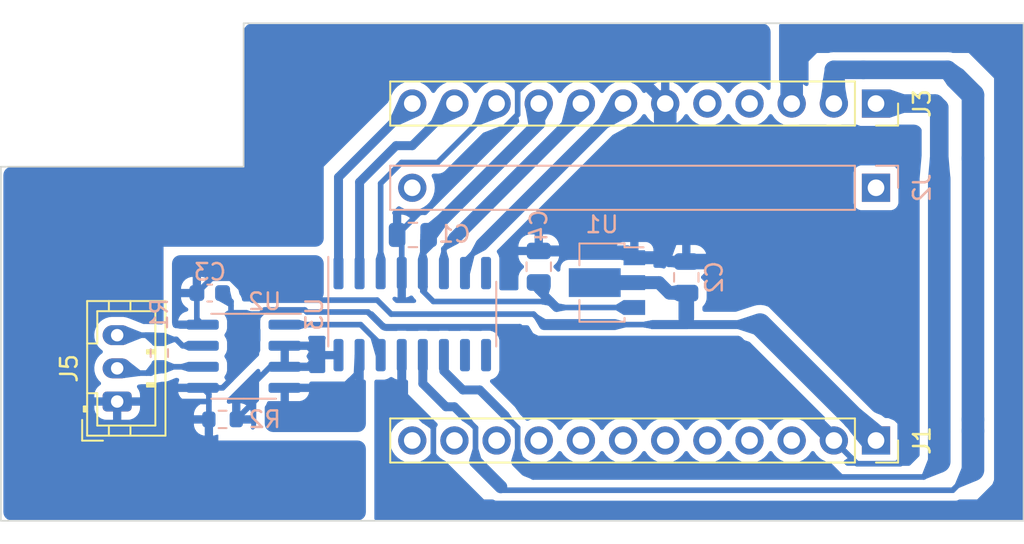
<source format=kicad_pcb>
(kicad_pcb (version 20221018) (generator pcbnew)
  (layers (0 "F.Cu" signal) (31 "B.Cu" signal) (34 "B.Paste" user) (35 "F.Paste" user) (36 "B.SilkS" user "B.Silkscreen") (37 "F.SilkS" user "F.Silkscreen") (38 "B.Mask" user) (39 "F.Mask" user) (44 "Edge.Cuts" user))
  (net 0 "")
  (net 1 "/RST")
  (net 3 "/F4")
  (net 4 "/F5")
  (net 5 "/F6")
  (net 6 "/F7")
  (net 7 "/B1")
  (net 8 "/B3")
  (net 9 "/B2")
  (net 10 "/B6")
  (net 11 "/TX")
  (net 12 "/B5")
  (net 13 "/LED5")
  (net 14 "/LED6")
  (net 17 "/LED3")
  (net 18 "/LED2")
  (net 19 "/LED1")
  (net 20 "GND")
  (net 21 "VDD")
  (net 22 "+3V3")
  (net 25 "/UART_RX")
  (net 26 "/UART_TX")
  (net 27 "/RS485_DIR")
  (net 28 "/C2CK")
  (net 29 "/C2D")
  (net 30 "Net-(J5-Pin_3)")
  (net 31 "Net-(J5-Pin_2)")
  (net 32 "/LED4")
  (footprint "Connector_PinSocket_2.54mm:PinSocket_1x12_P2.54mm_Vertical" (layer "F.Cu") (at 177.8 127 -90)
    (fp_text reference "J1" (at 0 -2.77 90) (layer "F.SilkS"))
    (fp_text value "Conn_01x12_Pin")
    (fp_line (start -1.33 1.27) (end -1.33 29.27) (stroke (width 0.12)) (layer "F.SilkS"))
    (fp_line (start -1.33 1.27) (end 1.33 1.27) (stroke (width 0.12)) (layer "F.SilkS"))
    (fp_line (start -1.33 29.27) (end 1.33 29.27) (stroke (width 0.12)) (layer "F.SilkS"))
    (fp_line (start 0 -1.33) (end 1.33 -1.33) (stroke (width 0.12)) (layer "F.SilkS"))
    (fp_line (start 1.33 -1.33) (end 1.33 0) (stroke (width 0.12)) (layer "F.SilkS"))
    (fp_line (start 1.33 1.27) (end 1.33 29.27) (stroke (width 0.12)) (layer "F.SilkS"))
    (pad "1" thru_hole rect (at 0 0 270) (size 1.7 1.7) (drill 1) (layers "*.Cu" "*.Mask") (net 21 "VDD"))
    (pad "2" thru_hole oval (at 0 2.54 270) (size 1.7 1.7) (drill 1) (layers "*.Cu" "*.Mask") (net 20 "GND"))
    (pad "3" thru_hole oval (at 0 5.08 270) (size 1.7 1.7) (drill 1) (layers "*.Cu" "*.Mask") (net 1 "/RST"))
    (pad "4" thru_hole oval (at 0 7.62 270) (size 1.7 1.7) (drill 1) (layers "*.Cu" "*.Mask"))
    (pad "5" thru_hole oval (at 0 10.16 270) (size 1.7 1.7) (drill 1) (layers "*.Cu" "*.Mask") (net 3 "/F4"))
    (pad "6" thru_hole oval (at 0 12.7 270) (size 1.7 1.7) (drill 1) (layers "*.Cu" "*.Mask") (net 4 "/F5"))
    (pad "7" thru_hole oval (at 0 15.24 270) (size 1.7 1.7) (drill 1) (layers "*.Cu" "*.Mask") (net 5 "/F6"))
    (pad "8" thru_hole oval (at 0 17.78 270) (size 1.7 1.7) (drill 1) (layers "*.Cu" "*.Mask") (net 6 "/F7"))
    (pad "9" thru_hole oval (at 0 20.32 270) (size 1.7 1.7) (drill 1) (layers "*.Cu" "*.Mask") (net 7 "/B1"))
    (pad "10" thru_hole oval (at 0 22.86 270) (size 1.7 1.7) (drill 1) (layers "*.Cu" "*.Mask") (net 8 "/B3"))
    (pad "11" thru_hole oval (at 0 25.4 270) (size 1.7 1.7) (drill 1) (layers "*.Cu" "*.Mask") (net 9 "/B2"))
    (pad "12" thru_hole oval (at 0 27.94 270) (size 1.7 1.7) (drill 1) (layers "*.Cu" "*.Mask") (net 10 "/B6"))
  )
  (footprint "Connector_JST:JST_PH_B3B-PH-K_1x03_P2.00mm_Vertical" (layer "F.Cu") (at 132.08 124.65 90)
    (fp_text reference "J5" (at 2 -2.9 90) (layer "F.SilkS"))
    (fp_text value "RS485")
    (fp_line (start -2.36 -2.11) (end -2.36 -0.86) (stroke (width 0.12)) (layer "F.SilkS"))
    (fp_line (start -2.06 -1.81) (end -2.06 2.91) (stroke (width 0.12)) (layer "F.SilkS"))
    (fp_line (start -2.06 -0.5) (end -1.45 -0.5) (stroke (width 0.12)) (layer "F.SilkS"))
    (fp_line (start -2.06 0.8) (end -1.45 0.8) (stroke (width 0.12)) (layer "F.SilkS"))
    (fp_line (start -2.06 2.91) (end 6.06 2.91) (stroke (width 0.12)) (layer "F.SilkS"))
    (fp_line (start -1.45 -1.2) (end -1.45 2.3) (stroke (width 0.12)) (layer "F.SilkS"))
    (fp_line (start -1.45 2.3) (end 5.45 2.3) (stroke (width 0.12)) (layer "F.SilkS"))
    (fp_line (start -1.11 -2.11) (end -2.36 -2.11) (stroke (width 0.12)) (layer "F.SilkS"))
    (fp_line (start -0.6 -2.01) (end -0.6 -1.81) (stroke (width 0.12)) (layer "F.SilkS"))
    (fp_line (start -0.3 -2.01) (end -0.6 -2.01) (stroke (width 0.12)) (layer "F.SilkS"))
    (fp_line (start -0.3 -1.91) (end -0.6 -1.91) (stroke (width 0.12)) (layer "F.SilkS"))
    (fp_line (start -0.3 -1.81) (end -0.3 -2.01) (stroke (width 0.12)) (layer "F.SilkS"))
    (fp_line (start 0.5 -1.81) (end 0.5 -1.2) (stroke (width 0.12)) (layer "F.SilkS"))
    (fp_line (start 0.5 -1.2) (end -1.45 -1.2) (stroke (width 0.12)) (layer "F.SilkS"))
    (fp_line (start 0.9 1.8) (end 1.1 1.8) (stroke (width 0.12)) (layer "F.SilkS"))
    (fp_line (start 0.9 2.3) (end 0.9 1.8) (stroke (width 0.12)) (layer "F.SilkS"))
    (fp_line (start 1 2.3) (end 1 1.8) (stroke (width 0.12)) (layer "F.SilkS"))
    (fp_line (start 1.1 1.8) (end 1.1 2.3) (stroke (width 0.12)) (layer "F.SilkS"))
    (fp_line (start 2.9 1.8) (end 3.1 1.8) (stroke (width 0.12)) (layer "F.SilkS"))
    (fp_line (start 2.9 2.3) (end 2.9 1.8) (stroke (width 0.12)) (layer "F.SilkS"))
    (fp_line (start 3 2.3) (end 3 1.8) (stroke (width 0.12)) (layer "F.SilkS"))
    (fp_line (start 3.1 1.8) (end 3.1 2.3) (stroke (width 0.12)) (layer "F.SilkS"))
    (fp_line (start 3.5 -1.2) (end 3.5 -1.81) (stroke (width 0.12)) (layer "F.SilkS"))
    (fp_line (start 5.45 -1.2) (end 3.5 -1.2) (stroke (width 0.12)) (layer "F.SilkS"))
    (fp_line (start 5.45 2.3) (end 5.45 -1.2) (stroke (width 0.12)) (layer "F.SilkS"))
    (fp_line (start 6.06 -1.81) (end -2.06 -1.81) (stroke (width 0.12)) (layer "F.SilkS"))
    (fp_line (start 6.06 -0.5) (end 5.45 -0.5) (stroke (width 0.12)) (layer "F.SilkS"))
    (fp_line (start 6.06 0.8) (end 5.45 0.8) (stroke (width 0.12)) (layer "F.SilkS"))
    (fp_line (start 6.06 2.91) (end 6.06 -1.81) (stroke (width 0.12)) (layer "F.SilkS"))
    (pad "1" thru_hole roundrect (at 0 0 90) (size 1.2 1.75) (drill 0.75) (layers "*.Cu" "*.Mask") (roundrect_rratio 0.208333) (net 20 "GND"))
    (pad "2" thru_hole oval (at 2 0 90) (size 1.2 1.75) (drill 0.75) (layers "*.Cu" "*.Mask") (net 31 "Net-(J5-Pin_2)"))
    (pad "3" thru_hole oval (at 4 0 90) (size 1.2 1.75) (drill 0.75) (layers "*.Cu" "*.Mask") (net 30 "Net-(J5-Pin_3)"))
  )
  (footprint "Connector_PinSocket_2.54mm:PinSocket_1x12_P2.54mm_Vertical" (layer "F.Cu") (at 177.8 106.68 -90)
    (fp_text reference "J3" (at 0 -2.77 90) (layer "F.SilkS"))
    (fp_text value "Conn_01x12_Pin")
    (fp_line (start -1.33 1.27) (end -1.33 29.27) (stroke (width 0.12)) (layer "F.SilkS"))
    (fp_line (start -1.33 1.27) (end 1.33 1.27) (stroke (width 0.12)) (layer "F.SilkS"))
    (fp_line (start -1.33 29.27) (end 1.33 29.27) (stroke (width 0.12)) (layer "F.SilkS"))
    (fp_line (start 0 -1.33) (end 1.33 -1.33) (stroke (width 0.12)) (layer "F.SilkS"))
    (fp_line (start 1.33 -1.33) (end 1.33 0) (stroke (width 0.12)) (layer "F.SilkS"))
    (fp_line (start 1.33 1.27) (end 1.33 29.27) (stroke (width 0.12)) (layer "F.SilkS"))
    (pad "1" thru_hole rect (at 0 0 270) (size 1.7 1.7) (drill 1) (layers "*.Cu" "*.Mask") (net 13 "/LED5"))
    (pad "2" thru_hole oval (at 0 2.54 270) (size 1.7 1.7) (drill 1) (layers "*.Cu" "*.Mask") (net 14 "/LED6"))
    (pad "3" thru_hole oval (at 0 5.08 270) (size 1.7 1.7) (drill 1) (layers "*.Cu" "*.Mask") (net 32 "/LED4"))
    (pad "4" thru_hole oval (at 0 7.62 270) (size 1.7 1.7) (drill 1) (layers "*.Cu" "*.Mask"))
    (pad "5" thru_hole oval (at 0 10.16 270) (size 1.7 1.7) (drill 1) (layers "*.Cu" "*.Mask"))
    (pad "6" thru_hole oval (at 0 12.7 270) (size 1.7 1.7) (drill 1) (layers "*.Cu" "*.Mask") (net 20 "GND"))
    (pad "7" thru_hole oval (at 0 15.24 270) (size 1.7 1.7) (drill 1) (layers "*.Cu" "*.Mask") (net 29 "/C2D"))
    (pad "8" thru_hole oval (at 0 17.78 270) (size 1.7 1.7) (drill 1) (layers "*.Cu" "*.Mask") (net 28 "/C2CK"))
    (pad "9" thru_hole oval (at 0 20.32 270) (size 1.7 1.7) (drill 1) (layers "*.Cu" "*.Mask") (net 22 "+3V3"))
    (pad "10" thru_hole oval (at 0 22.86 270) (size 1.7 1.7) (drill 1) (layers "*.Cu" "*.Mask") (net 17 "/LED3"))
    (pad "11" thru_hole oval (at 0 25.4 270) (size 1.7 1.7) (drill 1) (layers "*.Cu" "*.Mask") (net 18 "/LED2"))
    (pad "12" thru_hole oval (at 0 27.94 270) (size 1.7 1.7) (drill 1) (layers "*.Cu" "*.Mask") (net 19 "/LED1"))
  )
  (footprint "Capacitor_SMD:C_0805_2012Metric" (layer "B.Cu") (at 157.48 116.52 90)
    (fp_text reference "C4" (at 2.474 0 90) (layer "B.SilkS") (effects (justify mirror)))
    (fp_text value "1u")
    (fp_line (start -0.261252 -0.735) (end 0.261252 -0.735) (stroke (width 0.12)) (layer "B.SilkS"))
    (fp_line (start -0.261252 0.735) (end 0.261252 0.735) (stroke (width 0.12)) (layer "B.SilkS"))
    (pad "1" smd roundrect (at -0.95 0 90) (size 1 1.45) (layers "B.Cu" "B.Paste" "B.Mask") (net 22 "+3V3"))
    (pad "2" smd roundrect (at 0.95 0 90) (size 1 1.45) (layers "B.Cu" "B.Paste" "B.Mask") (net 20 "GND"))
  )
  (footprint "Package_SO:SOIC-16_3.9x9.9mm_P1.27mm" (layer "B.Cu") (at 149.86 119.38 -90)
    (fp_text reference "U3" (at 0 5.9 90) (layer "B.SilkS") (effects (justify mirror)))
    (fp_text value "EFM8BB10F8G-A-SOIC16")
    (fp_line (start 0 -5.06) (end -1.95 -5.06) (stroke (width 0.12)) (layer "B.SilkS"))
    (fp_line (start 0 -5.06) (end 1.95 -5.06) (stroke (width 0.12)) (layer "B.SilkS"))
    (fp_line (start 0 5.06) (end -3.45 5.06) (stroke (width 0.12)) (layer "B.SilkS"))
    (fp_line (start 0 5.06) (end 1.95 5.06) (stroke (width 0.12)) (layer "B.SilkS"))
    (pad "1" smd roundrect (at -2.475 4.445 270) (size 1.95 0.6) (layers "B.Cu" "B.Paste" "B.Mask") (net 19 "/LED1"))
    (pad "2" smd roundrect (at -2.475 3.175 270) (size 1.95 0.6) (layers "B.Cu" "B.Paste" "B.Mask") (net 18 "/LED2"))
    (pad "3" smd roundrect (at -2.475 1.905 270) (size 1.95 0.6) (layers "B.Cu" "B.Paste" "B.Mask") (net 17 "/LED3"))
    (pad "4" smd roundrect (at -2.475 0.635 270) (size 1.95 0.6) (layers "B.Cu" "B.Paste" "B.Mask") (net 20 "GND"))
    (pad "5" smd roundrect (at -2.475 -0.635 270) (size 1.95 0.6) (layers "B.Cu" "B.Paste" "B.Mask") (net 22 "+3V3"))
    (pad "6" smd roundrect (at -2.475 -1.905 270) (size 1.95 0.6) (layers "B.Cu" "B.Paste" "B.Mask") (net 28 "/C2CK"))
    (pad "7" smd roundrect (at -2.475 -3.175 270) (size 1.95 0.6) (layers "B.Cu" "B.Paste" "B.Mask") (net 29 "/C2D"))
    (pad "8" smd roundrect (at -2.475 -4.445 270) (size 1.95 0.6) (layers "B.Cu" "B.Paste" "B.Mask"))
    (pad "9" smd roundrect (at 2.475 -4.445 270) (size 1.95 0.6) (layers "B.Cu" "B.Paste" "B.Mask"))
    (pad "10" smd roundrect (at 2.475 -3.175 270) (size 1.95 0.6) (layers "B.Cu" "B.Paste" "B.Mask"))
    (pad "11" smd roundrect (at 2.475 -1.905 270) (size 1.95 0.6) (layers "B.Cu" "B.Paste" "B.Mask") (net 13 "/LED5"))
    (pad "12" smd roundrect (at 2.475 -0.635 270) (size 1.95 0.6) (layers "B.Cu" "B.Paste" "B.Mask") (net 14 "/LED6"))
    (pad "13" smd roundrect (at 2.475 0.635 270) (size 1.95 0.6) (layers "B.Cu" "B.Paste" "B.Mask") (net 32 "/LED4"))
    (pad "14" smd roundrect (at 2.475 1.905 270) (size 1.95 0.6) (layers "B.Cu" "B.Paste" "B.Mask") (net 25 "/UART_RX"))
    (pad "15" smd roundrect (at 2.475 3.175 270) (size 1.95 0.6) (layers "B.Cu" "B.Paste" "B.Mask") (net 26 "/UART_TX"))
    (pad "16" smd roundrect (at 2.475 4.445 270) (size 1.95 0.6) (layers "B.Cu" "B.Paste" "B.Mask") (net 27 "/RS485_DIR"))
  )
  (footprint "Capacitor_SMD:C_0805_2012Metric" (layer "B.Cu") (at 149.8956 114.6048 180)
    (fp_text reference "C1" (at -2.5044 0.0508) (layer "B.SilkS") (effects (justify mirror)))
    (fp_text value "1u")
    (fp_line (start -0.261252 -0.735) (end 0.261252 -0.735) (stroke (width 0.12)) (layer "B.SilkS"))
    (fp_line (start -0.261252 0.735) (end 0.261252 0.735) (stroke (width 0.12)) (layer "B.SilkS"))
    (pad "1" smd roundrect (at -0.95 0 180) (size 1 1.45) (layers "B.Cu" "B.Paste" "B.Mask") (net 22 "+3V3"))
    (pad "2" smd roundrect (at 0.95 0 180) (size 1 1.45) (layers "B.Cu" "B.Paste" "B.Mask") (net 20 "GND"))
  )
  (footprint "Package_TO_SOT_SMD:SOT-89-3" (layer "B.Cu") (at 161.29 117.48 180)
    (fp_text reference "U1" (at 0 3.5) (layer "B.SilkS") (effects (justify mirror)))
    (fp_text value "MCP1700x-330xxMB")
    (fp_line (start -2.5 2.13) (end -1.36 2.13) (stroke (width 0.12)) (layer "B.SilkS"))
    (fp_line (start -1.36 -2.36) (end -1.36 -2.13) (stroke (width 0.12)) (layer "B.SilkS"))
    (fp_line (start -1.36 2.36) (end -1.36 2.13) (stroke (width 0.12)) (layer "B.SilkS"))
    (fp_line (start -1.36 2.36) (end 1.36 2.36) (stroke (width 0.12)) (layer "B.SilkS"))
    (fp_line (start 1.36 -2.36) (end -1.36 -2.36) (stroke (width 0.12)) (layer "B.SilkS"))
    (fp_line (start 1.36 -1.05) (end 1.36 -2.36) (stroke (width 0.12)) (layer "B.SilkS"))
    (fp_line (start 1.36 2.36) (end 1.36 1.05) (stroke (width 0.12)) (layer "B.SilkS"))
    (pad "1" smd rect (at -1.95 1.5 180) (size 1.3 0.9) (layers "B.Cu" "B.Paste" "B.Mask") (net 20 "GND"))
    (pad "2" smd custom (at -1.8625 0 180) (size 1.475 0.9) (layers "B.Cu" "B.Paste" "B.Mask") (net 21 "VDD") (options (clearance outline) (anchor rect)) (primitives (gr_poly (pts (xy 3.8625 -0.8665) (xy 0.7375 -0.8665) (xy 0.7375 0.8665) (xy 3.8625 0.8665)) (width 0) (fill yes))))
    (pad "3" smd rect (at -1.95 -1.5 180) (size 1.3 0.9) (layers "B.Cu" "B.Paste" "B.Mask") (net 22 "+3V3"))
  )
  (footprint "Capacitor_SMD:C_0603_1608Metric" (layer "B.Cu") (at 137.655 118.11)
    (fp_text reference "C3" (at 0.013 -1.27) (layer "B.SilkS") (effects (justify mirror)))
    (fp_text value "100n")
    (fp_line (start -0.14058 -0.51) (end 0.14058 -0.51) (stroke (width 0.12)) (layer "B.SilkS"))
    (fp_line (start -0.14058 0.51) (end 0.14058 0.51) (stroke (width 0.12)) (layer "B.SilkS"))
    (pad "1" smd roundrect (at -0.775 0) (size 0.9 0.95) (layers "B.Cu" "B.Paste" "B.Mask") (net 21 "VDD"))
    (pad "2" smd roundrect (at 0.775 0) (size 0.9 0.95) (layers "B.Cu" "B.Paste" "B.Mask") (net 20 "GND"))
  )
  (footprint "Capacitor_SMD:C_0805_2012Metric" (layer "B.Cu") (at 166.37 117.16 90)
    (fp_text reference "C2" (at 0 1.68 90) (layer "B.SilkS") (effects (justify mirror)))
    (fp_text value "1u")
    (fp_line (start -0.261252 -0.735) (end 0.261252 -0.735) (stroke (width 0.12)) (layer "B.SilkS"))
    (fp_line (start -0.261252 0.735) (end 0.261252 0.735) (stroke (width 0.12)) (layer "B.SilkS"))
    (pad "1" smd roundrect (at -0.95 0 90) (size 1 1.45) (layers "B.Cu" "B.Paste" "B.Mask") (net 21 "VDD"))
    (pad "2" smd roundrect (at 0.95 0 90) (size 1 1.45) (layers "B.Cu" "B.Paste" "B.Mask") (net 20 "GND"))
  )
  (footprint "Resistor_SMD:R_0603_1608Metric" (layer "B.Cu") (at 138.43 125.73 180)
    (fp_text reference "R2" (at -2.54 0) (layer "B.SilkS") (effects (justify mirror)))
    (fp_text value "100k")
    (fp_line (start -0.237258 -0.5225) (end 0.237258 -0.5225) (stroke (width 0.12)) (layer "B.SilkS"))
    (fp_line (start -0.237258 0.5225) (end 0.237258 0.5225) (stroke (width 0.12)) (layer "B.SilkS"))
    (pad "1" smd roundrect (at -0.825 0 180) (size 0.8 0.95) (layers "B.Cu" "B.Paste" "B.Mask") (net 27 "/RS485_DIR"))
    (pad "2" smd roundrect (at 0.825 0 180) (size 0.8 0.95) (layers "B.Cu" "B.Paste" "B.Mask") (net 20 "GND"))
  )
  (footprint "Resistor_SMD:R_0603_1608Metric" (layer "B.Cu") (at 134.62 121.73 -90)
    (fp_text reference "R1" (at -2.35 0 90) (layer "B.SilkS") (effects (justify mirror)))
    (fp_text value "120")
    (fp_line (start -0.237258 -0.5225) (end 0.237258 -0.5225) (stroke (width 0.12)) (layer "B.SilkS"))
    (fp_line (start -0.237258 0.5225) (end 0.237258 0.5225) (stroke (width 0.12)) (layer "B.SilkS"))
    (pad "1" smd roundrect (at -0.825 0 270) (size 0.8 0.95) (layers "B.Cu" "B.Paste" "B.Mask") (net 30 "Net-(J5-Pin_3)"))
    (pad "2" smd roundrect (at 0.825 0 270) (size 0.8 0.95) (layers "B.Cu" "B.Paste" "B.Mask") (net 31 "Net-(J5-Pin_2)"))
  )
  (footprint "Connector_PinSocket_2.54mm:PinSocket_1x12_P2.54mm_Vertical" (layer "B.Cu") (at 177.8 111.76 90)
    (fp_text reference "J2" (at 0 2.77 270) (layer "B.SilkS") (effects (justify mirror)))
    (fp_text value "Conn_01x12_Pin")
    (fp_line (start -1.33 -29.27) (end 1.33 -29.27) (stroke (width 0.12)) (layer "B.SilkS"))
    (fp_line (start -1.33 -1.27) (end -1.33 -29.27) (stroke (width 0.12)) (layer "B.SilkS"))
    (fp_line (start -1.33 -1.27) (end 1.33 -1.27) (stroke (width 0.12)) (layer "B.SilkS"))
    (fp_line (start 0 1.33) (end 1.33 1.33) (stroke (width 0.12)) (layer "B.SilkS"))
    (fp_line (start 1.33 -1.27) (end 1.33 -29.27) (stroke (width 0.12)) (layer "B.SilkS"))
    (fp_line (start 1.33 1.33) (end 1.33 0) (stroke (width 0.12)) (layer "B.SilkS"))
    (pad "1" thru_hole rect (at 0 0 90) (size 1.7 1.7) (drill 1) (layers "*.Cu" "*.Mask") (net 11 "/TX"))
    (pad "12" thru_hole oval (at 0 -27.94 90) (size 1.7 1.7) (drill 1) (layers "*.Cu" "*.Mask") (net 12 "/B5"))
  )
  (footprint "Package_SO:SOIC-8_3.9x4.9mm_P1.27mm" (layer "B.Cu") (at 139.7 121.92 180)
    (fp_text reference "U2" (at -1.27 3.302) (layer "B.SilkS") (effects (justify mirror)))
    (fp_text value "MAX3485")
    (fp_line (start 0 -2.56) (end -1.95 -2.56) (stroke (width 0.12)) (layer "B.SilkS"))
    (fp_line (start 0 -2.56) (end 1.95 -2.56) (stroke (width 0.12)) (layer "B.SilkS"))
    (fp_line (start 0 2.56) (end -3.45 2.56) (stroke (width 0.12)) (layer "B.SilkS"))
    (fp_line (start 0 2.56) (end 1.95 2.56) (stroke (width 0.12)) (layer "B.SilkS"))
    (pad "1" smd roundrect (at -2.475 1.905 180) (size 1.95 0.6) (layers "B.Cu" "B.Paste" "B.Mask") (net 25 "/UART_RX"))
    (pad "2" smd roundrect (at -2.475 0.635 180) (size 1.95 0.6) (layers "B.Cu" "B.Paste" "B.Mask") (net 27 "/RS485_DIR"))
    (pad "3" smd roundrect (at -2.475 -0.635 180) (size 1.95 0.6) (layers "B.Cu" "B.Paste" "B.Mask") (net 27 "/RS485_DIR"))
    (pad "4" smd roundrect (at -2.475 -1.905 180) (size 1.95 0.6) (layers "B.Cu" "B.Paste" "B.Mask") (net 26 "/UART_TX"))
    (pad "5" smd roundrect (at 2.475 -1.905 180) (size 1.95 0.6) (layers "B.Cu" "B.Paste" "B.Mask") (net 20 "GND"))
    (pad "6" smd roundrect (at 2.475 -0.635 180) (size 1.95 0.6) (layers "B.Cu" "B.Paste" "B.Mask") (net 31 "Net-(J5-Pin_2)"))
    (pad "7" smd roundrect (at 2.475 0.635 180) (size 1.95 0.6) (layers "B.Cu" "B.Paste" "B.Mask") (net 30 "Net-(J5-Pin_3)"))
    (pad "8" smd roundrect (at 2.475 1.905 180) (size 1.95 0.6) (layers "B.Cu" "B.Paste" "B.Mask") (net 21 "VDD"))
  )
  (gr_poly (pts (xy 186.69 131.84) (xy 139.7 131.84) (xy 125.07 131.84) (xy 125.07 110.49) (xy 139.7 110.49) (xy 139.7 101.84) (xy 186.69 101.84)) (stroke (width 0.1)) (fill none) (layer "Edge.Cuts"))
  (segment (start 156.21 128.27) (end 156.718 128.778) (width 0.78) (layer "B.Cu") (net 13))
  (segment (start 181.61 106.934) (end 181.356 106.68) (width 1.12) (layer "B.Cu") (net 13))
  (segment (start 156.21 126.238) (end 156.21 128.27) (width 0.34) (layer "B.Cu") (net 13))
  (segment (start 151.765 122.809) (end 152.908 123.952) (width 0.54) (layer "B.Cu") (net 13))
  (segment (start 181.356 106.68) (end 177.8 106.68) (width 1.12) (layer "B.Cu") (net 13))
  (segment (start 181.61 128.27) (end 181.61 127.25) (width 1.36) (layer "B.Cu") (net 13))
  (segment (start 157.14 129.2) (end 180.68 129.2) (width 0.34) (layer "B.Cu") (net 13))
  (segment (start 180.68 129.2) (end 181.61 128.27) (width 0.34) (layer "B.Cu") (net 13))
  (segment (start 152.908 123.952) (end 153.924 123.952) (width 0.54) (layer "B.Cu") (net 13))
  (segment (start 181.61 127.25) (end 181.61 126.492) (width 1.36) (layer "B.Cu") (net 13))
  (segment (start 181.61 126.492) (end 181.61 111.252) (width 1.36) (layer "B.Cu") (net 13))
  (segment (start 155.448 125.476) (end 156.21 126.238) (width 0.34) (layer "B.Cu") (net 13))
  (segment (start 156.718 128.778) (end 157.14 129.2) (width 0.34) (layer "B.Cu") (net 13))
  (segment (start 153.924 123.952) (end 155.448 125.476) (width 0.54) (layer "B.Cu") (net 13))
  (segment (start 181.61 111.252) (end 181.61 106.934) (width 1.12) (layer "B.Cu") (net 13))
  (segment (start 151.765 121.855) (end 151.765 122.809) (width 0.54) (layer "B.Cu") (net 13))
  (segment (start 175.26 106.426) (end 175.26 106.68) (width 0.34) (layer "B.Cu") (net 14))
  (segment (start 183.642 106.172) (end 182.626 105.156) (width 1.36) (layer "B.Cu") (net 14))
  (segment (start 182.118 104.648) (end 177.038 104.648) (width 1.12) (layer "B.Cu") (net 14))
  (segment (start 153.67 128.27) (end 155.194 129.794) (width 0.78) (layer "B.Cu") (net 14))
  (segment (start 183.642 126.418) (end 183.642 125.73) (width 1.36) (layer "B.Cu") (net 14))
  (segment (start 153.035 125.603) (end 153.67 126.238) (width 0.34) (layer "B.Cu") (net 14))
  (segment (start 153.67 126.238) (end 153.67 128.27) (width 0.34) (layer "B.Cu") (net 14))
  (segment (start 151.892 124.968) (end 152.4 124.968) (width 0.54) (layer "B.Cu") (net 14))
  (segment (start 150.495 121.855) (end 150.495 123.571) (width 0.54) (layer "B.Cu") (net 14))
  (segment (start 182.42 130) (end 183.642 128.778) (width 0.34) (layer "B.Cu") (net 14))
  (segment (start 152.4 124.968) (end 153.035 125.603) (width 0.54) (layer "B.Cu") (net 14))
  (segment (start 183.642 128.778) (end 183.642 126.418) (width 1.36) (layer "B.Cu") (net 14))
  (segment (start 183.642 125.73) (end 183.642 109.982) (width 1.36) (layer "B.Cu") (net 14))
  (segment (start 175.26 104.648) (end 175.26 105.41) (width 1.12) (layer "B.Cu") (net 14))
  (segment (start 150.495 123.571) (end 151.892 124.968) (width 0.54) (layer "B.Cu") (net 14))
  (segment (start 182.626 105.156) (end 182.118 104.648) (width 1.12) (layer "B.Cu") (net 14))
  (segment (start 183.642 109.982) (end 183.642 106.172) (width 1.36) (layer "B.Cu") (net 14))
  (segment (start 177.038 104.648) (end 175.26 104.648) (width 1.12) (layer "B.Cu") (net 14))
  (segment (start 175.26 105.41) (end 175.26 106.426) (width 1.36) (layer "B.Cu") (net 14))
  (segment (start 155.194 129.794) (end 155.4 130) (width 0.34) (layer "B.Cu") (net 14))
  (segment (start 155.4 130) (end 182.42 130) (width 0.34) (layer "B.Cu") (net 14))
  (segment (start 149.215974 110.236) (end 147.955 111.496974) (width 0.34) (layer "B.Cu") (net 17))
  (segment (start 154.94 106.68) (end 151.384 110.236) (width 0.34) (layer "B.Cu") (net 17))
  (segment (start 147.955 111.496974) (end 147.955 116.905) (width 0.34) (layer "B.Cu") (net 17))
  (segment (start 151.384 110.236) (end 149.215974 110.236) (width 0.34) (layer "B.Cu") (net 17))
  (segment (start 149.86 109.22) (end 152.4 106.68) (width 0.54) (layer "B.Cu") (net 18))
  (segment (start 146.685 111.419891) (end 148.884891 109.22) (width 0.54) (layer "B.Cu") (net 18))
  (segment (start 148.884891 109.22) (end 149.86 109.22) (width 0.54) (layer "B.Cu") (net 18))
  (segment (start 146.685 116.905) (end 146.685 111.419891) (width 0.54) (layer "B.Cu") (net 18))
  (segment (start 145.415 111.125) (end 145.415 116.905) (width 0.54) (layer "B.Cu") (net 19))
  (segment (start 149.86 106.68) (end 145.415 111.125) (width 0.54) (layer "B.Cu") (net 19))
  (segment (start 143.51 119.253) (end 147.193 119.253) (width 0.34) (layer "B.Cu") (net 20))
  (segment (start 149.225 116.905) (end 149.225 114.8842) (width 0.34) (layer "B.Cu") (net 20))
  (segment (start 148.9456 114.6048) (end 150.3172 113.2332) (width 0.34) (layer "B.Cu") (net 20))
  (segment (start 175.26 127) (end 176.66 128.4) (width 0.34) (layer "B.Cu") (net 20))
  (segment (start 138.43 123.825) (end 140.462 121.793) (width 0.34) (layer "B.Cu") (net 20))
  (segment (start 137.605 125.73) (end 137.605 124.205) (width 0.34) (layer "B.Cu") (net 20))
  (segment (start 151.3586 112.4966) (end 151.3586 112.1918) (width 0.34) (layer "B.Cu") (net 20))
  (segment (start 137.605 124.65) (end 132.08 124.65) (width 0.34) (layer "B.Cu") (net 20))
  (segment (start 176.66 128.4) (end 179.26 128.4) (width 0.34) (layer "B.Cu") (net 20))
  (segment (start 147.193 119.253) (end 148.082 120.142) (width 0.34) (layer "B.Cu") (net 20))
  (segment (start 151.3586 112.1918) (end 156.21 107.3404) (width 0.34) (layer "B.Cu") (net 20))
  (segment (start 140.97 119.126) (end 143.383 119.126) (width 0.34) (layer "B.Cu") (net 20))
  (segment (start 156.337 120.142) (end 157.345 121.15) (width 0.34) (layer "B.Cu") (net 20))
  (segment (start 166.37 116.21) (end 165.330002 116.21) (width 0.66) (layer "B.Cu") (net 20))
  (segment (start 163.24 115.98) (end 165.100002 115.98) (width 0.34) (layer "B.Cu") (net 20))
  (segment (start 148.082 120.142) (end 156.337 120.142) (width 0.34) (layer "B.Cu") (net 20))
  (segment (start 165.1 115.062) (end 165.1 106.68) (width 1.36) (layer "B.Cu") (net 20))
  (segment (start 143.383 119.126) (end 143.51 119.253) (width 0.34) (layer "B.Cu") (net 20))
  (segment (start 140.462 121.793) (end 140.462 119.634) (width 0.34) (layer "B.Cu") (net 20))
  (segment (start 138.43 118.11) (end 138.938 118.618) (width 0.34) (layer "B.Cu") (net 20))
  (segment (start 138.43 123.825) (end 137.225 123.825) (width 0.34) (layer "B.Cu") (net 20))
  (segment (start 150.622 113.2332) (end 151.3586 112.4966) (width 0.34) (layer "B.Cu") (net 20))
  (segment (start 162.83 115.57) (end 157.48 115.57) (width 0.66) (layer "B.Cu") (net 20))
  (segment (start 179.26 125.92) (end 178.054 124.714) (width 0.34) (layer "B.Cu") (net 20))
  (segment (start 150.3172 113.2332) (end 150.622 113.2332) (width 0.34) (layer "B.Cu") (net 20))
  (segment (start 157.345 121.15) (end 169.41 121.15) (width 0.94) (layer "B.Cu") (net 20))
  (segment (start 138.938 118.618) (end 138.938 123.317) (width 0.34) (layer "B.Cu") (net 20))
  (segment (start 156.21 107.3404) (end 156.21 105.918) (width 0.34) (layer "B.Cu") (net 20))
  (segment (start 169.55 116.21) (end 166.37 116.21) (width 0.94) (layer "B.Cu") (net 20))
  (segment (start 137.605 124.205) (end 137.225 123.825) (width 0.34) (layer "B.Cu") (net 20))
  (segment (start 179.26 128.4) (end 179.26 125.92) (width 0.34) (layer "B.Cu") (net 20))
  (segment (start 165.330002 116.21) (end 165.100002 115.98) (width 0.66) (layer "B.Cu") (net 20))
  (segment (start 165.1 106.68) (end 163.321999 104.901999) (width 0.66) (layer "B.Cu") (net 20))
  (segment (start 156.21 105.918) (end 157.225999 104.901999) (width 0.34) (layer "B.Cu") (net 20))
  (segment (start 163.321999 104.901999) (end 157.225999 104.901999) (width 0.78) (layer "B.Cu") (net 20))
  (segment (start 169.41 121.15) (end 175.26 127) (width 0.94) (layer "B.Cu") (net 20))
  (segment (start 169.55 116.21) (end 178.054 124.714) (width 1.36) (layer "B.Cu") (net 20))
  (segment (start 163.24 115.98) (end 165.1 115.98) (width 0.78) (layer "B.Cu") (net 20))
  (segment (start 165.1 115.98) (end 165.1 115.062) (width 0.78) (layer "B.Cu") (net 20))
  (segment (start 138.938 123.317) (end 138.43 123.825) (width 0.34) (layer "B.Cu") (net 20))
  (segment (start 163.24 115.98) (end 162.83 115.57) (width 0.66) (layer "B.Cu") (net 20))
  (segment (start 140.462 119.634) (end 140.97 119.126) (width 0.34) (layer "B.Cu") (net 20))
  (segment (start 149.225 114.8842) (end 148.9456 114.6048) (width 0.34) (layer "B.Cu") (net 20))
  (segment (start 157.802893 120.01) (end 157.172893 119.38) (width 0.34) (layer "B.Cu") (net 21))
  (segment (start 136.88 118.11) (end 136.88 119.67) (width 0.34) (layer "B.Cu") (net 21))
  (segment (start 157.172893 119.38) (end 148.59 119.38) (width 0.34) (layer "B.Cu") (net 21))
  (segment (start 162.052 120.01) (end 157.802893 120.01) (width 0.66) (layer "B.Cu") (net 21))
  (segment (start 166.37 118.11) (end 166.37 119.634) (width 0.94) (layer "B.Cu") (net 21))
  (segment (start 140.243168 118.536) (end 138.922168 117.215) (width 0.34) (layer "B.Cu") (net 21))
  (segment (start 147.746 118.536) (end 140.243168 118.536) (width 0.34) (layer "B.Cu") (net 21))
  (segment (start 177.8 127) (end 170.81 120.01) (width 1.36) (layer "B.Cu") (net 21))
  (segment (start 164.338 120.01) (end 162.052 120.01) (width 0.34) (layer "B.Cu") (net 21))
  (segment (start 166.37 119.634) (end 166.37 120.01) (width 0.54) (layer "B.Cu") (net 21))
  (segment (start 170.81 120.01) (end 164.338002 120.01) (width 0.54) (layer "B.Cu") (net 21))
  (segment (start 138.922168 117.215) (end 137.775 117.215) (width 0.34) (layer "B.Cu") (net 21))
  (segment (start 136.88 119.67) (end 137.225 120.015) (width 0.34) (layer "B.Cu") (net 21))
  (segment (start 164.724 117.48) (end 163.1525 117.48) (width 0.78) (layer "B.Cu") (net 21))
  (segment (start 166.37 120.01) (end 164.338002 120.01) (width 0.54) (layer "B.Cu") (net 21))
  (segment (start 166.37 118.11) (end 165.354 118.11) (width 0.78) (layer "B.Cu") (net 21))
  (segment (start 137.775 117.215) (end 136.88 118.11) (width 0.34) (layer "B.Cu") (net 21))
  (segment (start 148.59 119.38) (end 147.746 118.536) (width 0.34) (layer "B.Cu") (net 21))
  (segment (start 165.354 118.11) (end 164.724 117.48) (width 0.78) (layer "B.Cu") (net 21))
  (segment (start 150.8456 114.5209) (end 157.48 107.8865) (width 0.78) (layer "B.Cu") (net 22))
  (segment (start 150.8456 114.5844) (end 150.8456 114.5209) (width 0.78) (layer "B.Cu") (net 22))
  (segment (start 157.48 117.91) (end 158.188 118.618) (width 0.54) (layer "B.Cu") (net 22))
  (segment (start 150.495 116.905) (end 150.495 114.9554) (width 0.34) (layer "B.Cu") (net 22))
  (segment (start 163.24 118.98) (end 158.55 118.98) (width 0.34) (layer "B.Cu") (net 22))
  (segment (start 150.8456 114.6048) (end 150.8456 114.5844) (width 0.34) (layer "B.Cu") (net 22))
  (segment (start 157.48 107.8865) (end 157.48 106.68) (width 0.78) (layer "B.Cu") (net 22))
  (segment (start 150.495 117.983) (end 150.495 116.905) (width 0.34) (layer "B.Cu") (net 22))
  (segment (start 151.13 118.618) (end 150.495 117.983) (width 0.34) (layer "B.Cu") (net 22))
  (segment (start 158.188 118.618) (end 151.13 118.618) (width 0.34) (layer "B.Cu") (net 22))
  (segment (start 157.48 117.47) (end 157.48 117.91) (width 0.54) (layer "B.Cu") (net 22))
  (segment (start 158.55 118.98) (end 158.188 118.618) (width 0.54) (layer "B.Cu") (net 22))
  (segment (start 150.495 114.9554) (end 150.8456 114.6048) (width 0.34) (layer "B.Cu") (net 22))
  (segment (start 146.750731 120.015) (end 142.175 120.015) (width 0.34) (layer "B.Cu") (net 25))
  (segment (start 147.955 121.855) (end 147.955 121.219269) (width 0.34) (layer "B.Cu") (net 25))
  (segment (start 147.955 121.219269) (end 146.750731 120.015) (width 0.34) (layer "B.Cu") (net 25))
  (segment (start 146.685 121.855) (end 146.685 122.809) (width 0.34) (layer "B.Cu") (net 26))
  (segment (start 145.669 123.825) (end 142.175 123.825) (width 0.34) (layer "B.Cu") (net 26))
  (segment (start 146.685 122.809) (end 145.669 123.825) (width 0.34) (layer "B.Cu") (net 26))
  (segment (start 142.175 122.555) (end 141.305 122.555) (width 0.34) (layer "B.Cu") (net 27))
  (segment (start 144.08 121.855) (end 143.51 121.285) (width 0.34) (layer "B.Cu") (net 27))
  (segment (start 144.08 121.985) (end 143.51 122.555) (width 0.34) (layer "B.Cu") (net 27))
  (segment (start 143.51 122.555) (end 142.175 122.555) (width 0.34) (layer "B.Cu") (net 27))
  (segment (start 144.08 121.855) (end 144.08 121.985) (width 0.34) (layer "B.Cu") (net 27))
  (segment (start 140.46 123.4) (end 140.46 124.525) (width 0.34) (layer "B.Cu") (net 27))
  (segment (start 141.305 122.555) (end 140.46 123.4) (width 0.34) (layer "B.Cu") (net 27))
  (segment (start 143.51 121.285) (end 142.175 121.285) (width 0.34) (layer "B.Cu") (net 27))
  (segment (start 145.415 121.855) (end 144.08 121.855) (width 0.34) (layer "B.Cu") (net 27))
  (segment (start 140.46 124.525) (end 139.255 125.73) (width 0.34) (layer "B.Cu") (net 27))
  (segment (start 160.02 106.934) (end 160.02 107.188) (width 0.78) (layer "B.Cu") (net 28))
  (segment (start 151.765 115.443) (end 152.4 114.808) (width 0.34) (layer "B.Cu") (net 28))
  (segment (start 160.02 107.188) (end 152.4 114.808) (width 0.78) (layer "B.Cu") (net 28))
  (segment (start 160.02 106.68) (end 160.02 106.934) (width 0.34) (layer "B.Cu") (net 28))
  (segment (start 151.765 116.905) (end 151.765 115.443) (width 0.34) (layer "B.Cu") (net 28))
  (segment (start 162.56 106.68) (end 154.051 115.189) (width 0.78) (layer "B.Cu") (net 29))
  (segment (start 153.035 116.205) (end 154.051 115.189) (width 0.34) (layer "B.Cu") (net 29))
  (segment (start 153.035 116.905) (end 153.035 116.205) (width 0.34) (layer "B.Cu") (net 29))
  (segment (start 135.635 120.905) (end 134.62 120.905) (width 0.34) (layer "B.Cu") (net 30))
  (segment (start 134.62 120.905) (end 134.365 120.65) (width 0.34) (layer "B.Cu") (net 30))
  (segment (start 135.636 120.904) (end 135.635 120.905) (width 0.34) (layer "B.Cu") (net 30))
  (segment (start 136.017 121.285) (end 135.636 120.904) (width 0.34) (layer "B.Cu") (net 30))
  (segment (start 134.365 120.65) (end 132.08 120.65) (width 0.34) (layer "B.Cu") (net 30))
  (segment (start 137.225 121.285) (end 136.017 121.285) (width 0.34) (layer "B.Cu") (net 30))
  (segment (start 134.62 122.555) (end 134.493 122.555) (width 0.34) (layer "B.Cu") (net 31))
  (segment (start 134.112 122.936) (end 132.366 122.936) (width 0.34) (layer "B.Cu") (net 31))
  (segment (start 137.225 122.555) (end 134.62 122.555) (width 0.34) (layer "B.Cu") (net 31))
  (segment (start 132.366 122.936) (end 132.08 122.65) (width 0.34) (layer "B.Cu") (net 31))
  (segment (start 134.493 122.555) (end 134.112 122.936) (width 0.34) (layer "B.Cu") (net 31))
  (segment (start 149.225 124.333) (end 150.622 125.73) (width 0.54) (layer "B.Cu") (net 32))
  (segment (start 172.72 104.14) (end 173.990001 102.869999) (width 1.36) (layer "B.Cu") (net 32))
  (segment (start 149.225 121.855) (end 149.225 124.333) (width 0.54) (layer "B.Cu") (net 32))
  (segment (start 185.674 104.902) (end 185.674001 124.967999) (width 1.36) (layer "B.Cu") (net 32))
  (segment (start 183.642 102.87) (end 185.674 104.902) (width 1.36) (layer "B.Cu") (net 32))
  (segment (start 176.530001 102.869999) (end 183.642 102.87) (width 1.36) (layer "B.Cu") (net 32))
  (segment (start 185.674001 129.285999) (end 184.785 130.175) (width 0.36) (layer "B.Cu") (net 32))
  (segment (start 172.72 106.68) (end 172.72 104.14) (width 1.36) (layer "B.Cu") (net 32))
  (segment (start 150.622 125.73) (end 151.13 126.238) (width 0.34) (layer "B.Cu") (net 32))
  (segment (start 151.13 128.27) (end 153.66 130.8) (width 0.34) (layer "B.Cu") (net 32))
  (segment (start 185.674001 124.967999) (end 185.674001 129.285999) (width 1.36) (layer "B.Cu") (net 32))
  (segment (start 173.990001 102.869999) (end 176.530001 102.869999) (width 1.36) (layer "B.Cu") (net 32))
  (segment (start 151.13 126.238) (end 151.13 128.27) (width 0.34) (layer "B.Cu") (net 32))
  (segment (start 184.16 130.8) (end 184.785 130.175) (width 0.34) (layer "B.Cu") (net 32))
  (segment (start 153.66 130.8) (end 184.16 130.8) (width 0.34) (layer "B.Cu") (net 32))
  (zone (net 32) (net_name "/LED4") (layer "B.Cu") (priority 3) (connect_pads (clearance 0.5)) (min_thickness 0.25) (fill yes (thermal_gap 0.5) (thermal_bridge_width 0.5))
    (polygon (pts (xy 147.574 122.682) (xy 149.606 122.682) (xy 149.606 124.206) (xy 151.638 126.238) (xy 151.638 128.016) (xy 154.178 130.556) (xy 183.896 130.556) (xy 184.912 129.54) (xy 184.912 105.156) (xy 183.388 103.632) (xy 174.244 103.632) (xy 173.736 104.14) (xy 173.736 107.442) (xy 172.212 107.442) (xy 171.958 107.188) (xy 171.958 101.854) (xy 186.69 101.854) (xy 186.69 131.826) (xy 147.574 131.826)))
  )
  (zone (net 21) (net_name "VDD") (layer "B.Cu") (priority 4) (connect_pads (clearance 0.5)) (min_thickness 0.25) (fill yes (thermal_gap 0.5) (thermal_bridge_width 0.5) (smoothing fillet) (radius 0.508))
    (polygon (pts (xy 137.922 120.396) (xy 135.382 120.396) (xy 135.382 115.824) (xy 144.526 115.824) (xy 144.526 118.618) (xy 137.922 118.618)))
  )
  (zone (net 27) (net_name "/RS485_DIR") (layer "B.Cu") (connect_pads (clearance 0.5)) (min_thickness 0.25) (fill yes (thermal_gap 0.5) (thermal_bridge_width 0.5) (smoothing fillet) (radius 0.508))
    (polygon (pts (xy 145.796 120.396) (xy 141.224 120.396) (xy 141.224 121.92) (xy 138.684 124.46) (xy 138.684 126.492) (xy 140.462 126.492) (xy 140.462 123.444) (xy 140.97 122.936) (xy 145.796 122.936)))
  )
  (zone (net 13) (net_name "/LED5") (layer "B.Cu") (priority 5) (connect_pads (clearance 0.5)) (min_thickness 0.25) (fill yes (thermal_gap 0.5) (thermal_bridge_width 0.5))
    (polygon (pts (xy 173.99 127.254) (xy 176.022 129.286) (xy 157.226 129.286) (xy 155.956 128.016) (xy 155.956 127.254)))
  )
  (zone (net 20) (net_name "GND") (layer "B.Cu") (priority 1) (connect_pads (clearance 0.5)) (min_thickness 0.25) (fill yes (thermal_gap 0.5) (thermal_bridge_width 0.5) (smoothing fillet) (radius 0.508))
    (polygon (pts (xy 147.066 131.826) (xy 147.066 127) (xy 138.176 127) (xy 138.176 124.206) (xy 140.716 121.666) (xy 140.716 119.634) (xy 140.97 119.38) (xy 147.066 119.38) (xy 148.082 120.396) (xy 154.178 120.396) (xy 154.178 123.444) (xy 157.48 126.746) (xy 174.244 126.746) (xy 176.276 128.778) (xy 179.578 128.778) (xy 180.594 127.762) (xy 180.594 109.22) (xy 180.594 107.95) (xy 172.212 107.95) (xy 171.45 107.188) (xy 171.45 101.854) (xy 155.956 101.854) (xy 155.956 105.918) (xy 148.336 113.538) (xy 148.336 113.538) (xy 148.336 118.11) (xy 147.32 119.126) (xy 138.43 119.126) (xy 138.43 123.19) (xy 134.874 123.19) (xy 134.874 115.316) (xy 144.526 115.316) (xy 144.526 110.49) (xy 148.59 106.426) (xy 155.956 106.426) (xy 155.956 101.854) (xy 139.7 101.854) (xy 139.7 110.49) (xy 125.222 110.49) (xy 125.222 131.826)))
  )
  (zone (net 26) (net_name "/UART_TX") (layer "B.Cu") (priority 2) (connect_pads (clearance 0.5)) (min_thickness 0.25) (fill yes (thermal_gap 0.5) (thermal_bridge_width 0.5) (smoothing fillet) (radius 0.508))
    (polygon (pts (xy 145.796 123.444) (xy 146.558 122.682) (xy 147.066 122.682) (xy 147.066 126.492) (xy 140.97 126.492) (xy 140.97 123.444)))
  )
)
</source>
